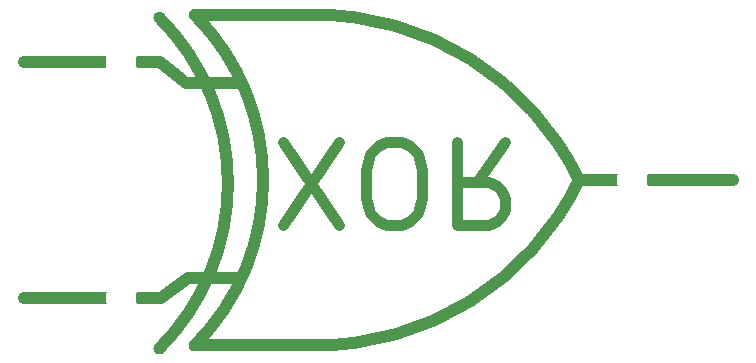
<source format=gbr>
%TF.GenerationSoftware,KiCad,Pcbnew,7.0.8*%
%TF.CreationDate,2024-03-12T18:50:45-04:00*%
%TF.ProjectId,XORgate,584f5267-6174-4652-9e6b-696361645f70,rev?*%
%TF.SameCoordinates,Original*%
%TF.FileFunction,Legend,Bot*%
%TF.FilePolarity,Positive*%
%FSLAX46Y46*%
G04 Gerber Fmt 4.6, Leading zero omitted, Abs format (unit mm)*
G04 Created by KiCad (PCBNEW 7.0.8) date 2024-03-12 18:50:45*
%MOMM*%
%LPD*%
G01*
G04 APERTURE LIST*
%ADD10C,1.000000*%
%ADD11C,0.960000*%
%ADD12O,2.600000X2.100000*%
G04 APERTURE END LIST*
D10*
X129473009Y-119253999D02*
G75*
G03*
X129473009Y-91254001I-13999999J13999999D01*
G01*
X129500000Y-115000000D02*
X127750000Y-115000000D01*
X131750000Y-96750000D02*
X136000000Y-96750000D01*
X164999998Y-105000001D02*
G75*
G03*
X142500000Y-91000000I-22301538J-10761399D01*
G01*
X131750000Y-96750000D02*
X129500000Y-95000000D01*
X127750000Y-95000000D02*
X129500000Y-95000000D01*
X168250000Y-105000000D02*
X165000000Y-105000000D01*
X118000000Y-115000000D02*
X125000000Y-115000000D01*
X142500000Y-119000002D02*
G75*
G03*
X165000000Y-105000000I198460J24761402D01*
G01*
X132451010Y-119000000D02*
X142500000Y-119000000D01*
X129625000Y-115000000D02*
X131875000Y-113250000D01*
X132451010Y-91000000D02*
X142500000Y-91000000D01*
X132451009Y-118999999D02*
G75*
G03*
X132451009Y-91000001I-13999999J13999999D01*
G01*
X131875000Y-113250000D02*
X136000000Y-113250000D01*
X124750000Y-95000000D02*
X118000000Y-95000000D01*
X178000000Y-105000000D02*
X171000000Y-105000000D01*
D11*
X139945714Y-108833080D02*
X144639047Y-101793080D01*
X144639047Y-108833080D02*
X139945714Y-101793080D01*
X148661904Y-108833080D02*
X150002857Y-108833080D01*
X150002857Y-108833080D02*
X150673333Y-108497842D01*
X150673333Y-108497842D02*
X151343809Y-107827366D01*
X151343809Y-107827366D02*
X151679047Y-106486414D01*
X151679047Y-106486414D02*
X151679047Y-104139747D01*
X151679047Y-104139747D02*
X151343809Y-102798795D01*
X151343809Y-102798795D02*
X150673333Y-102128319D01*
X150673333Y-102128319D02*
X150002857Y-101793080D01*
X150002857Y-101793080D02*
X148661904Y-101793080D01*
X148661904Y-101793080D02*
X147991428Y-102128319D01*
X147991428Y-102128319D02*
X147320952Y-102798795D01*
X147320952Y-102798795D02*
X146985714Y-104139747D01*
X146985714Y-104139747D02*
X146985714Y-106486414D01*
X146985714Y-106486414D02*
X147320952Y-107827366D01*
X147320952Y-107827366D02*
X147991428Y-108497842D01*
X147991428Y-108497842D02*
X148661904Y-108833080D01*
X158719047Y-101793080D02*
X156372380Y-105145461D01*
X154696190Y-101793080D02*
X154696190Y-108833080D01*
X154696190Y-108833080D02*
X157378095Y-108833080D01*
X157378095Y-108833080D02*
X158048571Y-108497842D01*
X158048571Y-108497842D02*
X158383809Y-108162604D01*
X158383809Y-108162604D02*
X158719047Y-107492128D01*
X158719047Y-107492128D02*
X158719047Y-106486414D01*
X158719047Y-106486414D02*
X158383809Y-105815938D01*
X158383809Y-105815938D02*
X158048571Y-105480699D01*
X158048571Y-105480699D02*
X157378095Y-105145461D01*
X157378095Y-105145461D02*
X154696190Y-105145461D01*
%LPC*%
D12*
%TO.C,D2*%
X126250000Y-115000000D03*
%TD*%
%TO.C,D3*%
X169500000Y-105000000D03*
%TD*%
%TO.C,D1*%
X126250000Y-95000000D03*
%TD*%
%LPD*%
M02*

</source>
